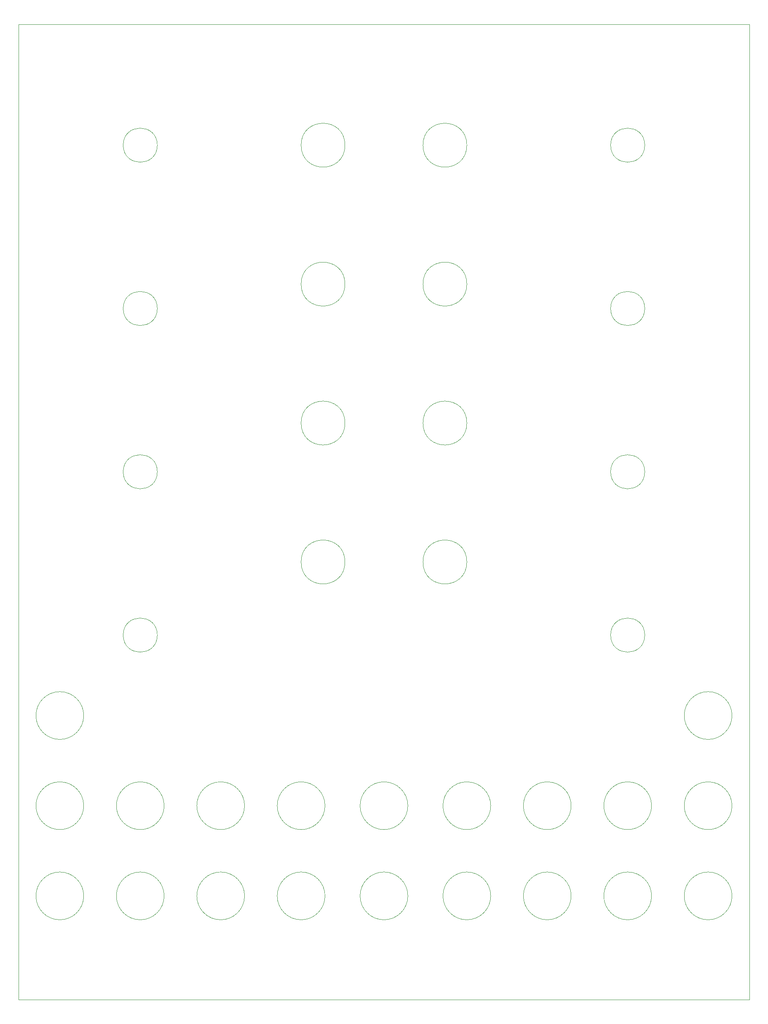
<source format=gm1>
%TF.GenerationSoftware,KiCad,Pcbnew,9.0.4*%
%TF.CreationDate,2025-10-03T19:57:29+02:00*%
%TF.ProjectId,DMH_VCEG_PANEL,444d485f-5643-4454-975f-50414e454c2e,rev?*%
%TF.SameCoordinates,Original*%
%TF.FileFunction,Profile,NP*%
%FSLAX46Y46*%
G04 Gerber Fmt 4.6, Leading zero omitted, Abs format (unit mm)*
G04 Created by KiCad (PCBNEW 9.0.4) date 2025-10-03 19:57:29*
%MOMM*%
%LPD*%
G01*
G04 APERTURE LIST*
%TA.AperFunction,Profile*%
%ADD10C,0.050000*%
%TD*%
G04 APERTURE END LIST*
D10*
X25000000Y-30000000D02*
X175000000Y-30000000D01*
X175000000Y-230000000D01*
X25000000Y-230000000D01*
X25000000Y-30000000D01*
%TO.C,H47*%
X153500000Y-88250000D02*
G75*
G02*
X146500000Y-88250000I-3500000J0D01*
G01*
X146500000Y-88250000D02*
G75*
G02*
X153500000Y-88250000I3500000J0D01*
G01*
%TO.C,H9*%
X92000000Y-54750000D02*
G75*
G02*
X83000000Y-54750000I-4500000J0D01*
G01*
X83000000Y-54750000D02*
G75*
G02*
X92000000Y-54750000I4500000J0D01*
G01*
%TO.C,H35*%
X121900000Y-208750000D02*
G75*
G02*
X112100000Y-208750000I-4900000J0D01*
G01*
X112100000Y-208750000D02*
G75*
G02*
X121900000Y-208750000I4900000J0D01*
G01*
%TO.C,H12*%
X92000000Y-140250000D02*
G75*
G02*
X83000000Y-140250000I-4500000J0D01*
G01*
X83000000Y-140250000D02*
G75*
G02*
X92000000Y-140250000I4500000J0D01*
G01*
%TO.C,H10*%
X92000000Y-83250000D02*
G75*
G02*
X83000000Y-83250000I-4500000J0D01*
G01*
X83000000Y-83250000D02*
G75*
G02*
X92000000Y-83250000I4500000J0D01*
G01*
%TO.C,H8*%
X53500000Y-155250000D02*
G75*
G02*
X46500000Y-155250000I-3500000J0D01*
G01*
X46500000Y-155250000D02*
G75*
G02*
X53500000Y-155250000I3500000J0D01*
G01*
%TO.C,H41*%
X117000000Y-111750000D02*
G75*
G02*
X108000000Y-111750000I-4500000J0D01*
G01*
X108000000Y-111750000D02*
G75*
G02*
X117000000Y-111750000I4500000J0D01*
G01*
%TO.C,H15*%
X38400000Y-190250000D02*
G75*
G02*
X28600000Y-190250000I-4900000J0D01*
G01*
X28600000Y-190250000D02*
G75*
G02*
X38400000Y-190250000I4900000J0D01*
G01*
%TO.C,H40*%
X117000000Y-83250000D02*
G75*
G02*
X108000000Y-83250000I-4500000J0D01*
G01*
X108000000Y-83250000D02*
G75*
G02*
X117000000Y-83250000I4500000J0D01*
G01*
%TO.C,H7*%
X53500000Y-121750000D02*
G75*
G02*
X46500000Y-121750000I-3500000J0D01*
G01*
X46500000Y-121750000D02*
G75*
G02*
X53500000Y-121750000I3500000J0D01*
G01*
%TO.C,H60*%
X71400000Y-208750000D02*
G75*
G02*
X61600000Y-208750000I-4900000J0D01*
G01*
X61600000Y-208750000D02*
G75*
G02*
X71400000Y-208750000I4900000J0D01*
G01*
%TO.C,H34*%
X154900000Y-190250000D02*
G75*
G02*
X145100000Y-190250000I-4900000J0D01*
G01*
X145100000Y-190250000D02*
G75*
G02*
X154900000Y-190250000I4900000J0D01*
G01*
%TO.C,H37*%
X138400000Y-190250000D02*
G75*
G02*
X128600000Y-190250000I-4900000J0D01*
G01*
X128600000Y-190250000D02*
G75*
G02*
X138400000Y-190250000I4900000J0D01*
G01*
%TO.C,H48*%
X153500000Y-121750000D02*
G75*
G02*
X146500000Y-121750000I-3500000J0D01*
G01*
X146500000Y-121750000D02*
G75*
G02*
X153500000Y-121750000I3500000J0D01*
G01*
%TO.C,H62*%
X154900000Y-208750000D02*
G75*
G02*
X145100000Y-208750000I-4900000J0D01*
G01*
X145100000Y-208750000D02*
G75*
G02*
X154900000Y-208750000I4900000J0D01*
G01*
%TO.C,H44*%
X121900000Y-190250000D02*
G75*
G02*
X112100000Y-190250000I-4900000J0D01*
G01*
X112100000Y-190250000D02*
G75*
G02*
X121900000Y-190250000I4900000J0D01*
G01*
%TO.C,H23*%
X104900000Y-190250000D02*
G75*
G02*
X95100000Y-190250000I-4900000J0D01*
G01*
X95100000Y-190250000D02*
G75*
G02*
X104900000Y-190250000I4900000J0D01*
G01*
%TO.C,H49*%
X153500000Y-155250000D02*
G75*
G02*
X146500000Y-155250000I-3500000J0D01*
G01*
X146500000Y-155250000D02*
G75*
G02*
X153500000Y-155250000I3500000J0D01*
G01*
%TO.C,H11*%
X92000000Y-111750000D02*
G75*
G02*
X83000000Y-111750000I-4500000J0D01*
G01*
X83000000Y-111750000D02*
G75*
G02*
X92000000Y-111750000I4500000J0D01*
G01*
%TO.C,H38*%
X171400000Y-208750000D02*
G75*
G02*
X161600000Y-208750000I-4900000J0D01*
G01*
X161600000Y-208750000D02*
G75*
G02*
X171400000Y-208750000I4900000J0D01*
G01*
%TO.C,H46*%
X153500000Y-54750000D02*
G75*
G02*
X146500000Y-54750000I-3500000J0D01*
G01*
X146500000Y-54750000D02*
G75*
G02*
X153500000Y-54750000I3500000J0D01*
G01*
%TO.C,H29*%
X171400000Y-190250000D02*
G75*
G02*
X161600000Y-190250000I-4900000J0D01*
G01*
X161600000Y-190250000D02*
G75*
G02*
X171400000Y-190250000I4900000J0D01*
G01*
%TO.C,H6*%
X53500000Y-88250000D02*
G75*
G02*
X46500000Y-88250000I-3500000J0D01*
G01*
X46500000Y-88250000D02*
G75*
G02*
X53500000Y-88250000I3500000J0D01*
G01*
%TO.C,H17*%
X71400000Y-190250000D02*
G75*
G02*
X61600000Y-190250000I-4900000J0D01*
G01*
X61600000Y-190250000D02*
G75*
G02*
X71400000Y-190250000I4900000J0D01*
G01*
%TO.C,H18*%
X87900000Y-190250000D02*
G75*
G02*
X78100000Y-190250000I-4900000J0D01*
G01*
X78100000Y-190250000D02*
G75*
G02*
X87900000Y-190250000I4900000J0D01*
G01*
%TO.C,H30*%
X171400000Y-171750000D02*
G75*
G02*
X161600000Y-171750000I-4900000J0D01*
G01*
X161600000Y-171750000D02*
G75*
G02*
X171400000Y-171750000I4900000J0D01*
G01*
%TO.C,H16*%
X54900000Y-190250000D02*
G75*
G02*
X45100000Y-190250000I-4900000J0D01*
G01*
X45100000Y-190250000D02*
G75*
G02*
X54900000Y-190250000I4900000J0D01*
G01*
%TO.C,H19*%
X38400000Y-171750000D02*
G75*
G02*
X28600000Y-171750000I-4900000J0D01*
G01*
X28600000Y-171750000D02*
G75*
G02*
X38400000Y-171750000I4900000J0D01*
G01*
%TO.C,H42*%
X117000000Y-140250000D02*
G75*
G02*
X108000000Y-140250000I-4500000J0D01*
G01*
X108000000Y-140250000D02*
G75*
G02*
X117000000Y-140250000I4500000J0D01*
G01*
%TO.C,H61*%
X138400000Y-208750000D02*
G75*
G02*
X128600000Y-208750000I-4900000J0D01*
G01*
X128600000Y-208750000D02*
G75*
G02*
X138400000Y-208750000I4900000J0D01*
G01*
%TO.C,H50*%
X104900000Y-208750000D02*
G75*
G02*
X95100000Y-208750000I-4900000J0D01*
G01*
X95100000Y-208750000D02*
G75*
G02*
X104900000Y-208750000I4900000J0D01*
G01*
%TO.C,H20*%
X87900000Y-208750000D02*
G75*
G02*
X78100000Y-208750000I-4900000J0D01*
G01*
X78100000Y-208750000D02*
G75*
G02*
X87900000Y-208750000I4900000J0D01*
G01*
%TO.C,H39*%
X117000000Y-54750000D02*
G75*
G02*
X108000000Y-54750000I-4500000J0D01*
G01*
X108000000Y-54750000D02*
G75*
G02*
X117000000Y-54750000I4500000J0D01*
G01*
%TO.C,H59*%
X54900000Y-208750000D02*
G75*
G02*
X45100000Y-208750000I-4900000J0D01*
G01*
X45100000Y-208750000D02*
G75*
G02*
X54900000Y-208750000I4900000J0D01*
G01*
%TO.C,H5*%
X53500000Y-54750000D02*
G75*
G02*
X46500000Y-54750000I-3500000J0D01*
G01*
X46500000Y-54750000D02*
G75*
G02*
X53500000Y-54750000I3500000J0D01*
G01*
%TO.C,H21*%
X38400000Y-208750000D02*
G75*
G02*
X28600000Y-208750000I-4900000J0D01*
G01*
X28600000Y-208750000D02*
G75*
G02*
X38400000Y-208750000I4900000J0D01*
G01*
%TD*%
M02*

</source>
